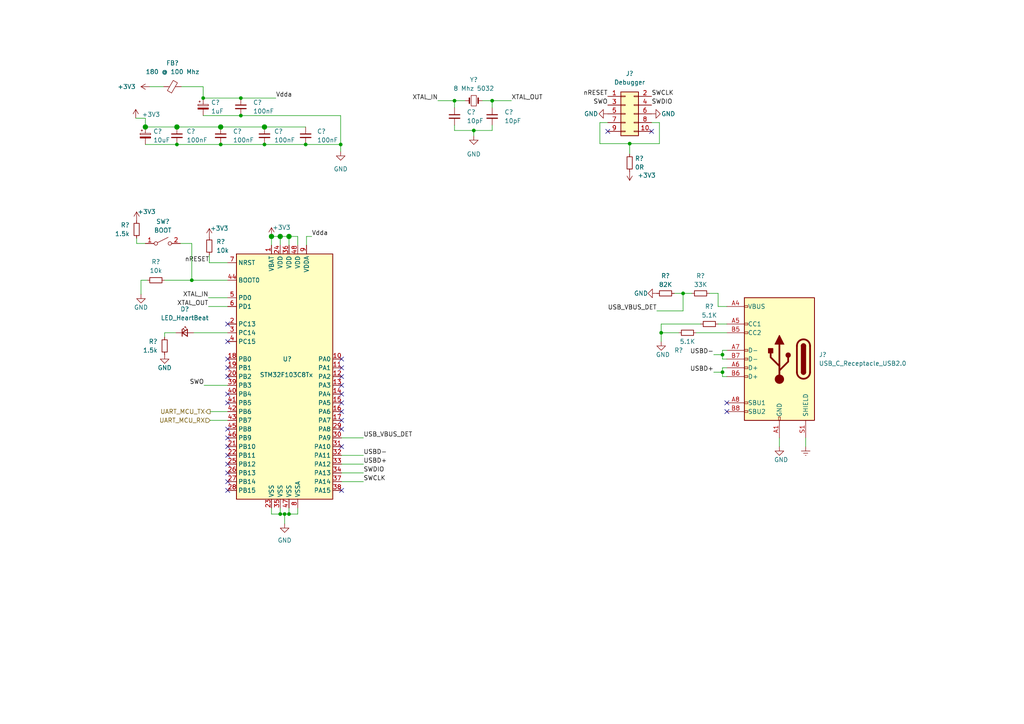
<source format=kicad_sch>
(kicad_sch (version 20211123) (generator eeschema)
  (paper "A4")
  (lib_symbols
    (symbol "Connector:USB_C_Receptacle_USB2.0" (pin_names (offset 1.016))
      (property "Reference" "J" (at -10.16 19.05 0))
      (property "Value" "USB_C_Receptacle_USB2.0" (at 19.05 19.05 0))
      (symbol "USB_C_Receptacle_USB2.0_0_0"
        (rectangle (start -0.254 -17.78) (end 0.254 -16.764))
        (rectangle (start 10.16 -14.986) (end 9.144 -15.494))
        (rectangle (start 10.16 -12.446) (end 9.144 -12.954))
        (rectangle (start 10.16 -4.826) (end 9.144 -5.334))
        (rectangle (start 10.16 -2.286) (end 9.144 -2.794))
        (rectangle (start 10.16 0.254) (end 9.144 -0.254))
        (rectangle (start 10.16 2.794) (end 9.144 2.286))
        (rectangle (start 10.16 7.874) (end 9.144 7.366))
        (rectangle (start 10.16 10.414) (end 9.144 9.906))
        (rectangle (start 10.16 15.494) (end 9.144 14.986))
      )
      (symbol "USB_C_Receptacle_USB2.0_0_1"
        (rectangle (start -10.16 17.78) (end 10.16 -17.78) (stroke (width 0.254)) (fill (type background)))
        (arc (start -8.89 -3.81) (mid -6.985 -5.715) (end -5.08 -3.81) (stroke (width 0.508)))
        (arc (start -7.62 -3.81) (mid -6.985 -4.445) (end -6.35 -3.81) (stroke (width 0.254)))
        (arc (start -7.62 -3.81) (mid -6.985 -4.445) (end -6.35 -3.81) (stroke (width 0.254)) (fill (type outline)))
        (rectangle (start -7.62 -3.81) (end -6.35 3.81) (stroke (width 0.254)) (fill (type outline)))
        (arc (start -6.35 3.81) (mid -6.985 4.445) (end -7.62 3.81) (stroke (width 0.254)))
        (arc (start -6.35 3.81) (mid -6.985 4.445) (end -7.62 3.81) (stroke (width 0.254)) (fill (type outline)))
        (arc (start -5.08 3.81) (mid -6.985 5.715) (end -8.89 3.81) (stroke (width 0.508)))
        (circle (center -2.54 1.143) (radius 0.635) (stroke (width 0.254)) (fill (type outline)))
        (circle (center 0 -5.842) (radius 1.27) (fill (type outline)))
        (polyline (pts (xy -8.89 -3.81) (xy -8.89 3.81)) (stroke (width 0.508)))
        (polyline (pts (xy -5.08 3.81) (xy -5.08 -3.81)) (stroke (width 0.508)))
        (polyline (pts (xy 0 -5.842) (xy 0 4.318)) (stroke (width 0.508)))
        (polyline (pts (xy 0 -3.302) (xy -2.54 -0.762) (xy -2.54 0.508)) (stroke (width 0.508)))
        (polyline (pts (xy 0 -2.032) (xy 2.54 0.508) (xy 2.54 1.778)) (stroke (width 0.508)))
        (polyline (pts (xy -1.27 4.318) (xy 0 6.858) (xy 1.27 4.318) (xy -1.27 4.318)) (stroke (width 0.254)) (fill (type outline)))
        (rectangle (start 1.905 1.778) (end 3.175 3.048) (stroke (width 0.254)) (fill (type outline)))
      )
      (symbol "USB_C_Receptacle_USB2.0_1_1"
        (pin passive line (at 0 -22.86 90) (length 5.08) (name "GND") (number "A1"))
        (pin passive line (at 0 -22.86 90) (length 5.08) hide (name "GND") (number "A12"))
        (pin passive line (at 15.24 15.24 180) (length 5.08) (name "VBUS") (number "A4"))
        (pin bidirectional line (at 15.24 10.16 180) (length 5.08) (name "CC1") (number "A5"))
        (pin bidirectional line (at 15.24 -2.54 180) (length 5.08) (name "D+") (number "A6"))
        (pin bidirectional line (at 15.24 2.54 180) (length 5.08) (name "D-") (number "A7"))
        (pin bidirectional line (at 15.24 -12.7 180) (length 5.08) (name "SBU1") (number "A8"))
        (pin passive line (at 15.24 15.24 180) (length 5.08) hide (name "VBUS") (number "A9"))
        (pin passive line (at 0 -22.86 90) (length 5.08) hide (name "GND") (number "B1"))
        (pin passive line (at 0 -22.86 90) (length 5.08) hide (name "GND") (number "B12"))
        (pin passive line (at 15.24 15.24 180) (length 5.08) hide (name "VBUS") (number "B4"))
        (pin bidirectional line (at 15.24 7.62 180) (length 5.08) (name "CC2") (number "B5"))
        (pin bidirectional line (at 15.24 -5.08 180) (length 5.08) (name "D+") (number "B6"))
        (pin bidirectional line (at 15.24 0 180) (length 5.08) (name "D-") (number "B7"))
        (pin bidirectional line (at 15.24 -15.24 180) (length 5.08) (name "SBU2") (number "B8"))
        (pin passive line (at 15.24 15.24 180) (length 5.08) hide (name "VBUS") (number "B9"))
        (pin passive line (at -7.62 -22.86 90) (length 5.08) (name "SHIELD") (number "S1"))
      )
    )
    (symbol "Connector_Generic:Conn_02x05_Odd_Even" (pin_names (offset 1.016) hide)
      (property "Reference" "J" (at 1.27 7.62 0))
      (property "Value" "Conn_02x05_Odd_Even" (at 1.27 -7.62 0))
      (symbol "Conn_02x05_Odd_Even_1_1"
        (rectangle (start -1.27 -4.953) (end 0 -5.207) (stroke (width 0.1524)))
        (rectangle (start -1.27 -2.413) (end 0 -2.667) (stroke (width 0.1524)))
        (rectangle (start -1.27 0.127) (end 0 -0.127) (stroke (width 0.1524)))
        (rectangle (start -1.27 2.667) (end 0 2.413) (stroke (width 0.1524)))
        (rectangle (start -1.27 5.207) (end 0 4.953) (stroke (width 0.1524)))
        (rectangle (start -1.27 6.35) (end 3.81 -6.35) (stroke (width 0.254)) (fill (type background)))
        (rectangle (start 3.81 -4.953) (end 2.54 -5.207) (stroke (width 0.1524)))
        (rectangle (start 3.81 -2.413) (end 2.54 -2.667) (stroke (width 0.1524)))
        (rectangle (start 3.81 0.127) (end 2.54 -0.127) (stroke (width 0.1524)))
        (rectangle (start 3.81 2.667) (end 2.54 2.413) (stroke (width 0.1524)))
        (rectangle (start 3.81 5.207) (end 2.54 4.953) (stroke (width 0.1524)))
        (pin passive line (at -5.08 5.08 0) (length 3.81) (name "Pin_1") (number "1"))
        (pin passive line (at 7.62 -5.08 180) (length 3.81) (name "Pin_10") (number "10"))
        (pin passive line (at 7.62 5.08 180) (length 3.81) (name "Pin_2") (number "2"))
        (pin passive line (at -5.08 2.54 0) (length 3.81) (name "Pin_3") (number "3"))
        (pin passive line (at 7.62 2.54 180) (length 3.81) (name "Pin_4") (number "4"))
        (pin passive line (at -5.08 0 0) (length 3.81) (name "Pin_5") (number "5"))
        (pin passive line (at 7.62 0 180) (length 3.81) (name "Pin_6") (number "6"))
        (pin passive line (at -5.08 -2.54 0) (length 3.81) (name "Pin_7") (number "7"))
        (pin passive line (at 7.62 -2.54 180) (length 3.81) (name "Pin_8") (number "8"))
        (pin passive line (at -5.08 -5.08 0) (length 3.81) (name "Pin_9") (number "9"))
      )
    )
    (symbol "Device:C_Polarized_Small" (pin_numbers hide) (pin_names (offset 0.254) hide)
      (property "Reference" "C" (at 0.254 1.778 0))
      (property "Value" "C_Polarized_Small" (at 0.254 -2.032 0))
      (symbol "C_Polarized_Small_0_1"
        (rectangle (start -1.524 -0.3048) (end 1.524 -0.6858) (fill (type outline)))
        (rectangle (start -1.524 0.6858) (end 1.524 0.3048))
        (polyline (pts (xy -1.27 1.524) (xy -0.762 1.524)))
        (polyline (pts (xy -1.016 1.27) (xy -1.016 1.778)))
      )
      (symbol "C_Polarized_Small_1_1"
        (pin passive line (at 0 2.54 270) (length 1.8542) (name "~") (number "1"))
        (pin passive line (at 0 -2.54 90) (length 1.8542) (name "~") (number "2"))
      )
    )
    (symbol "Device:C_Small" (pin_numbers hide) (pin_names (offset 0.254) hide)
      (property "Reference" "C" (at 0.254 1.778 0))
      (property "Value" "C_Small" (at 0.254 -2.032 0))
      (symbol "C_Small_0_1"
        (polyline (pts (xy -1.524 -0.508) (xy 1.524 -0.508)) (stroke (width 0.3302)))
        (polyline (pts (xy -1.524 0.508) (xy 1.524 0.508)) (stroke (width 0.3048)))
      )
      (symbol "C_Small_1_1"
        (pin passive line (at 0 2.54 270) (length 2.032) (name "~") (number "1"))
        (pin passive line (at 0 -2.54 90) (length 2.032) (name "~") (number "2"))
      )
    )
    (symbol "Device:Crystal_Small" (pin_numbers hide) (pin_names (offset 1.016) hide)
      (property "Reference" "Y" (at 0 2.54 0))
      (property "Value" "Crystal_Small" (at 0 -2.54 0))
      (symbol "Crystal_Small_0_1"
        (rectangle (start -0.762 -1.524) (end 0.762 1.524))
        (polyline (pts (xy -1.27 -0.762) (xy -1.27 0.762)) (stroke (width 0.381)))
        (polyline (pts (xy 1.27 -0.762) (xy 1.27 0.762)) (stroke (width 0.381)))
      )
      (symbol "Crystal_Small_1_1"
        (pin passive line (at -2.54 0 0) (length 1.27) (name "1") (number "1"))
        (pin passive line (at 2.54 0 180) (length 1.27) (name "2") (number "2"))
      )
    )
    (symbol "Device:FerriteBead_Small" (pin_numbers hide) (pin_names (offset 0))
      (property "Reference" "FB" (at 1.905 1.27 0))
      (property "Value" "FerriteBead_Small" (at 1.905 -1.27 0))
      (symbol "FerriteBead_Small_0_1"
        (polyline (pts (xy 0 -1.27) (xy 0 -0.7874)))
        (polyline (pts (xy 0 0.889) (xy 0 1.2954)))
        (polyline (pts (xy -1.8288 0.2794) (xy -1.1176 1.4986) (xy 1.8288 -0.2032) (xy 1.1176 -1.4224) (xy -1.8288 0.2794)))
      )
      (symbol "FerriteBead_Small_1_1"
        (pin passive line (at 0 2.54 270) (length 1.27) (name "~") (number "1"))
        (pin passive line (at 0 -2.54 90) (length 1.27) (name "~") (number "2"))
      )
    )
    (symbol "Device:LED_Small" (pin_numbers hide) (pin_names (offset 0.254) hide)
      (property "Reference" "D" (at -1.27 3.175 0))
      (property "Value" "LED_Small" (at -4.445 -2.54 0))
      (symbol "LED_Small_0_1"
        (polyline (pts (xy -0.762 -1.016) (xy -0.762 1.016)) (stroke (width 0.254)))
        (polyline (pts (xy 1.016 0) (xy -0.762 0)))
        (polyline (pts (xy 0.762 -1.016) (xy -0.762 0) (xy 0.762 1.016) (xy 0.762 -1.016)) (stroke (width 0.254)))
        (polyline (pts (xy 0 0.762) (xy -0.508 1.27) (xy -0.254 1.27) (xy -0.508 1.27) (xy -0.508 1.016)))
        (polyline (pts (xy 0.508 1.27) (xy 0 1.778) (xy 0.254 1.778) (xy 0 1.778) (xy 0 1.524)))
      )
      (symbol "LED_Small_1_1"
        (pin passive line (at -2.54 0 0) (length 1.778) (name "K") (number "1"))
        (pin passive line (at 2.54 0 180) (length 1.778) (name "A") (number "2"))
      )
    )
    (symbol "Device:R_Small" (pin_numbers hide) (pin_names (offset 0.254) hide)
      (property "Reference" "R" (at 0.762 0.508 0))
      (property "Value" "R_Small" (at 0.762 -1.016 0))
      (symbol "R_Small_0_1"
        (rectangle (start -0.762 1.778) (end 0.762 -1.778) (stroke (width 0.2032)))
      )
      (symbol "R_Small_1_1"
        (pin passive line (at 0 2.54 270) (length 0.762) (name "~") (number "1"))
        (pin passive line (at 0 -2.54 90) (length 0.762) (name "~") (number "2"))
      )
    )
    (symbol "MCU_ST_STM32F1:STM32F103C8Tx"
      (property "Reference" "U" (at -15.24 36.83 0))
      (property "Value" "STM32F103C8Tx" (at 7.62 36.83 0))
      (symbol "STM32F103C8Tx_0_1"
        (rectangle (start -15.24 -35.56) (end 12.7 35.56) (stroke (width 0.254)) (fill (type background)))
      )
      (symbol "STM32F103C8Tx_1_1"
        (pin power_in line (at -5.08 38.1 270) (length 2.54) (name "VBAT") (number "1"))
        (pin bidirectional line (at 15.24 5.08 180) (length 2.54) (name "PA0") (number "10"))
        (pin bidirectional line (at 15.24 2.54 180) (length 2.54) (name "PA1") (number "11"))
        (pin bidirectional line (at 15.24 0 180) (length 2.54) (name "PA2") (number "12"))
        (pin bidirectional line (at 15.24 -2.54 180) (length 2.54) (name "PA3") (number "13"))
        (pin bidirectional line (at 15.24 -5.08 180) (length 2.54) (name "PA4") (number "14"))
        (pin bidirectional line (at 15.24 -7.62 180) (length 2.54) (name "PA5") (number "15"))
        (pin bidirectional line (at 15.24 -10.16 180) (length 2.54) (name "PA6") (number "16"))
        (pin bidirectional line (at 15.24 -12.7 180) (length 2.54) (name "PA7") (number "17"))
        (pin bidirectional line (at -17.78 5.08 0) (length 2.54) (name "PB0") (number "18"))
        (pin bidirectional line (at -17.78 2.54 0) (length 2.54) (name "PB1") (number "19"))
        (pin bidirectional line (at -17.78 15.24 0) (length 2.54) (name "PC13") (number "2"))
        (pin bidirectional line (at -17.78 0 0) (length 2.54) (name "PB2") (number "20"))
        (pin bidirectional line (at -17.78 -20.32 0) (length 2.54) (name "PB10") (number "21"))
        (pin bidirectional line (at -17.78 -22.86 0) (length 2.54) (name "PB11") (number "22"))
        (pin power_in line (at -5.08 -38.1 90) (length 2.54) (name "VSS") (number "23"))
        (pin power_in line (at -2.54 38.1 270) (length 2.54) (name "VDD") (number "24"))
        (pin bidirectional line (at -17.78 -25.4 0) (length 2.54) (name "PB12") (number "25"))
        (pin bidirectional line (at -17.78 -27.94 0) (length 2.54) (name "PB13") (number "26"))
        (pin bidirectional line (at -17.78 -30.48 0) (length 2.54) (name "PB14") (number "27"))
        (pin bidirectional line (at -17.78 -33.02 0) (length 2.54) (name "PB15") (number "28"))
        (pin bidirectional line (at 15.24 -15.24 180) (length 2.54) (name "PA8") (number "29"))
        (pin bidirectional line (at -17.78 12.7 0) (length 2.54) (name "PC14") (number "3"))
        (pin bidirectional line (at 15.24 -17.78 180) (length 2.54) (name "PA9") (number "30"))
        (pin bidirectional line (at 15.24 -20.32 180) (length 2.54) (name "PA10") (number "31"))
        (pin bidirectional line (at 15.24 -22.86 180) (length 2.54) (name "PA11") (number "32"))
        (pin bidirectional line (at 15.24 -25.4 180) (length 2.54) (name "PA12") (number "33"))
        (pin bidirectional line (at 15.24 -27.94 180) (length 2.54) (name "PA13") (number "34"))
        (pin power_in line (at -2.54 -38.1 90) (length 2.54) (name "VSS") (number "35"))
        (pin power_in line (at 0 38.1 270) (length 2.54) (name "VDD") (number "36"))
        (pin bidirectional line (at 15.24 -30.48 180) (length 2.54) (name "PA14") (number "37"))
        (pin bidirectional line (at 15.24 -33.02 180) (length 2.54) (name "PA15") (number "38"))
        (pin bidirectional line (at -17.78 -2.54 0) (length 2.54) (name "PB3") (number "39"))
        (pin bidirectional line (at -17.78 10.16 0) (length 2.54) (name "PC15") (number "4"))
        (pin bidirectional line (at -17.78 -5.08 0) (length 2.54) (name "PB4") (number "40"))
        (pin bidirectional line (at -17.78 -7.62 0) (length 2.54) (name "PB5") (number "41"))
        (pin bidirectional line (at -17.78 -10.16 0) (length 2.54) (name "PB6") (number "42"))
        (pin bidirectional line (at -17.78 -12.7 0) (length 2.54) (name "PB7") (number "43"))
        (pin input line (at -17.78 27.94 0) (length 2.54) (name "BOOT0") (number "44"))
        (pin bidirectional line (at -17.78 -15.24 0) (length 2.54) (name "PB8") (number "45"))
        (pin bidirectional line (at -17.78 -17.78 0) (length 2.54) (name "PB9") (number "46"))
        (pin power_in line (at 0 -38.1 90) (length 2.54) (name "VSS") (number "47"))
        (pin power_in line (at 2.54 38.1 270) (length 2.54) (name "VDD") (number "48"))
        (pin input line (at -17.78 22.86 0) (length 2.54) (name "PD0") (number "5"))
        (pin input line (at -17.78 20.32 0) (length 2.54) (name "PD1") (number "6"))
        (pin input line (at -17.78 33.02 0) (length 2.54) (name "NRST") (number "7"))
        (pin power_in line (at 2.54 -38.1 90) (length 2.54) (name "VSSA") (number "8"))
        (pin power_in line (at 5.08 38.1 270) (length 2.54) (name "VDDA") (number "9"))
      )
    )
    (symbol "Switch:SW_SPST" (pin_names (offset 0) hide)
      (property "Reference" "SW" (at 0 3.175 0))
      (property "Value" "SW_SPST" (at 0 -2.54 0))
      (symbol "SW_SPST_0_0"
        (circle (center -2.032 0) (radius 0.508))
        (polyline (pts (xy -1.524 0.254) (xy 1.524 1.778)))
        (circle (center 2.032 0) (radius 0.508))
      )
      (symbol "SW_SPST_1_1"
        (pin passive line (at -5.08 0 0) (length 2.54) (name "A") (number "1"))
        (pin passive line (at 5.08 0 180) (length 2.54) (name "B") (number "2"))
      )
    )
    (symbol "power:+3.3V" (power) (pin_names (offset 0))
      (property "Value" "+3.3V" (at 0 3.556 0))
      (symbol "+3.3V_0_1"
        (polyline (pts (xy -0.762 1.27) (xy 0 2.54)))
        (polyline (pts (xy 0 0) (xy 0 2.54)))
        (polyline (pts (xy 0 2.54) (xy 0.762 1.27)))
      )
      (symbol "+3.3V_1_1"
        (pin power_in line (at 0 0 90) (length 0) hide (name "+3V3") (number "1"))
      )
    )
    (symbol "power:Earth" (power) (pin_names (offset 0))
      (symbol "Earth_0_1"
        (polyline (pts (xy -0.635 -1.905) (xy 0.635 -1.905)))
        (polyline (pts (xy -0.127 -2.54) (xy 0.127 -2.54)))
        (polyline (pts (xy 0 -1.27) (xy 0 0)))
        (polyline (pts (xy 1.27 -1.27) (xy -1.27 -1.27)))
      )
      (symbol "Earth_1_1"
        (pin power_in line (at 0 0 270) (length 0) hide (name "Earth") (number "1"))
      )
    )
    (symbol "power:GND" (power) (pin_names (offset 0))
      (property "Value" "GND" (at 0 -3.81 0))
      (symbol "GND_0_1"
        (polyline (pts (xy 0 0) (xy 0 -1.27) (xy 1.27 -1.27) (xy 0 -2.54) (xy -1.27 -1.27) (xy 0 -1.27)))
      )
      (symbol "GND_1_1"
        (pin power_in line (at 0 0 270) (length 0) hide (name "GND") (number "1"))
      )
    )
  )
  (junction (at 58.928 28.448) (diameter 0.9144))
  (junction (at 137.414 37.846) (diameter 0.9144))
  (junction (at 209.55 102.87))
  (junction (at 209.55 107.95))
  (junction (at 182.626 41.656) (diameter 0.9144))
  (junction (at 51.308 41.91) (diameter 0.9144))
  (junction (at 76.708 36.83) (diameter 1.36))
  (junction (at 69.85 33.528) (diameter 0.9144))
  (junction (at 142.748 29.21) (diameter 0.9144))
  (junction (at 131.826 29.21) (diameter 0.9144))
  (junction (at 98.806 41.91) (diameter 0.9144))
  (junction (at 42.164 36.83) (diameter 1.36))
  (junction (at 78.74 68.58) (diameter 1.36))
  (junction (at 51.308 36.83) (diameter 1.36))
  (junction (at 64.008 36.83) (diameter 1.36))
  (junction (at 81.28 149.098) (diameter 0.9144))
  (junction (at 191.77 96.52))
  (junction (at 198.12 85.09))
  (junction (at 76.708 41.91) (diameter 0.9144))
  (junction (at 64.008 41.91) (diameter 0.9144))
  (junction (at 83.82 68.58) (diameter 1.36))
  (junction (at 81.28 68.58) (diameter 1.36))
  (junction (at 69.85 28.448) (diameter 0.9144))
  (junction (at 55.626 81.28) (diameter 0.9144))
  (junction (at 88.646 41.91) (diameter 0.9144))
  (junction (at 82.55 149.098) (diameter 0.9144))
  (junction (at 83.82 149.098) (diameter 0.9144))
  (no_connect (at 99.06 142.24))
  (no_connect (at 66.04 109.22))
  (no_connect (at 176.276 38.1))
  (no_connect (at 66.04 127))
  (no_connect (at 99.06 124.46))
  (no_connect (at 66.04 116.84))
  (no_connect (at 66.04 124.46))
  (no_connect (at 66.04 99.06))
  (no_connect (at 66.04 93.98))
  (no_connect (at 66.04 134.62))
  (no_connect (at 99.06 121.92))
  (no_connect (at 99.06 119.38))
  (no_connect (at 66.04 114.3))
  (no_connect (at 99.06 116.84))
  (no_connect (at 99.06 109.22))
  (no_connect (at 99.06 111.76))
  (no_connect (at 99.06 114.3))
  (no_connect (at 66.04 137.16))
  (no_connect (at 66.04 139.7))
  (no_connect (at 66.04 142.24))
  (no_connect (at 66.04 129.54))
  (no_connect (at 66.04 132.08))
  (no_connect (at 99.06 106.68))
  (no_connect (at 99.06 129.54))
  (no_connect (at 99.06 104.14))
  (no_connect (at 210.82 116.84))
  (no_connect (at 210.82 119.38))
  (no_connect (at 188.976 38.1))
  (no_connect (at 66.04 104.14))
  (no_connect (at 66.04 106.68))
  (wire (pts (xy 83.82 68.58) (xy 86.36 68.58)))
  (wire (pts (xy 78.74 71.12) (xy 78.74 68.58)))
  (wire (pts (xy 81.28 68.58) (xy 83.82 68.58)))
  (wire (pts (xy 137.414 37.846) (xy 131.826 37.846)))
  (wire (pts (xy 66.04 111.76) (xy 59.182 111.76)))
  (wire (pts (xy 99.06 139.7) (xy 105.41 139.7)))
  (wire (pts (xy 40.894 81.28) (xy 40.894 85.344)))
  (wire (pts (xy 205.74 85.09) (xy 208.28 85.09)))
  (wire (pts (xy 60.706 76.2) (xy 60.706 73.914)))
  (wire (pts (xy 88.646 41.91) (xy 76.708 41.91)))
  (wire (pts (xy 42.164 36.83) (xy 51.308 36.83)))
  (wire (pts (xy 131.826 37.846) (xy 131.826 36.322)))
  (wire (pts (xy 195.58 85.09) (xy 198.12 85.09)))
  (wire (pts (xy 198.12 85.09) (xy 198.12 90.17)))
  (wire (pts (xy 208.28 85.09) (xy 208.28 88.9)))
  (wire (pts (xy 69.85 28.448) (xy 80.01 28.448)))
  (wire (pts (xy 208.28 93.98) (xy 210.82 93.98)))
  (wire (pts (xy 66.04 76.2) (xy 60.706 76.2)))
  (wire (pts (xy 226.06 127) (xy 226.06 129.54)))
  (wire (pts (xy 142.748 29.21) (xy 142.748 31.242)))
  (wire (pts (xy 191.262 35.56) (xy 188.976 35.56)))
  (wire (pts (xy 56.134 96.52) (xy 66.04 96.52)))
  (wire (pts (xy 51.308 41.91) (xy 42.164 41.91)))
  (wire (pts (xy 78.74 147.32) (xy 78.74 149.098)))
  (wire (pts (xy 98.806 41.91) (xy 88.646 41.91)))
  (wire (pts (xy 207.01 107.95) (xy 209.55 107.95)))
  (wire (pts (xy 58.928 25.146) (xy 52.578 25.146)))
  (wire (pts (xy 66.04 119.38) (xy 60.96 119.38)))
  (wire (pts (xy 131.826 29.21) (xy 131.826 31.242)))
  (wire (pts (xy 47.752 96.52) (xy 51.054 96.52)))
  (wire (pts (xy 191.262 41.656) (xy 191.262 35.56)))
  (wire (pts (xy 81.28 71.12) (xy 81.28 68.58)))
  (wire (pts (xy 39.624 69.088) (xy 39.624 70.612)))
  (wire (pts (xy 210.82 106.68) (xy 209.55 106.68)))
  (wire (pts (xy 99.06 134.62) (xy 105.41 134.62)))
  (wire (pts (xy 82.55 149.098) (xy 83.82 149.098)))
  (wire (pts (xy 99.06 132.08) (xy 105.41 132.08)))
  (wire (pts (xy 191.77 93.98) (xy 191.77 96.52)))
  (wire (pts (xy 42.164 34.29) (xy 42.164 36.83)))
  (wire (pts (xy 39.37 34.29) (xy 42.164 34.29)))
  (wire (pts (xy 69.85 33.528) (xy 98.806 33.528)))
  (wire (pts (xy 182.626 41.656) (xy 191.262 41.656)))
  (wire (pts (xy 182.626 41.656) (xy 182.626 44.704)))
  (wire (pts (xy 83.82 147.32) (xy 83.82 149.098)))
  (wire (pts (xy 58.928 28.448) (xy 58.928 25.146)))
  (wire (pts (xy 86.36 149.098) (xy 86.36 147.32)))
  (wire (pts (xy 137.414 39.37) (xy 137.414 37.846)))
  (wire (pts (xy 81.28 147.32) (xy 81.28 149.098)))
  (wire (pts (xy 191.77 96.52) (xy 196.85 96.52)))
  (wire (pts (xy 55.626 70.612) (xy 55.626 81.28)))
  (wire (pts (xy 82.55 149.098) (xy 82.55 151.892)))
  (wire (pts (xy 173.99 35.56) (xy 173.99 41.656)))
  (wire (pts (xy 139.954 29.21) (xy 142.748 29.21)))
  (wire (pts (xy 47.752 81.28) (xy 55.626 81.28)))
  (wire (pts (xy 40.894 81.28) (xy 42.672 81.28)))
  (wire (pts (xy 98.806 33.528) (xy 98.806 41.91)))
  (wire (pts (xy 209.55 109.22) (xy 210.82 109.22)))
  (wire (pts (xy 134.874 29.21) (xy 131.826 29.21)))
  (wire (pts (xy 51.308 36.83) (xy 64.008 36.83)))
  (wire (pts (xy 209.55 106.68) (xy 209.55 107.95)))
  (wire (pts (xy 142.748 29.21) (xy 148.336 29.21)))
  (wire (pts (xy 64.008 41.91) (xy 51.308 41.91)))
  (wire (pts (xy 64.008 36.83) (xy 76.708 36.83)))
  (wire (pts (xy 76.708 36.83) (xy 88.646 36.83)))
  (wire (pts (xy 173.99 41.656) (xy 182.626 41.656)))
  (wire (pts (xy 83.82 149.098) (xy 86.36 149.098)))
  (wire (pts (xy 86.36 68.58) (xy 86.36 71.12)))
  (wire (pts (xy 208.28 88.9) (xy 210.82 88.9)))
  (wire (pts (xy 88.9 68.58) (xy 88.9 71.12)))
  (wire (pts (xy 210.82 101.6) (xy 209.55 101.6)))
  (wire (pts (xy 176.276 35.56) (xy 173.99 35.56)))
  (wire (pts (xy 58.928 33.528) (xy 69.85 33.528)))
  (wire (pts (xy 83.82 68.58) (xy 83.82 71.12)))
  (wire (pts (xy 99.06 127) (xy 105.41 127)))
  (wire (pts (xy 43.434 25.146) (xy 47.498 25.146)))
  (wire (pts (xy 191.77 93.98) (xy 203.2 93.98)))
  (wire (pts (xy 201.93 96.52) (xy 210.82 96.52)))
  (wire (pts (xy 90.424 68.58) (xy 88.9 68.58)))
  (wire (pts (xy 209.55 101.6) (xy 209.55 102.87)))
  (wire (pts (xy 60.452 88.9) (xy 66.04 88.9)))
  (wire (pts (xy 78.74 68.58) (xy 81.28 68.58)))
  (wire (pts (xy 52.324 70.612) (xy 55.626 70.612)))
  (wire (pts (xy 233.68 127) (xy 233.68 129.54)))
  (wire (pts (xy 47.752 97.79) (xy 47.752 96.52)))
  (wire (pts (xy 209.55 104.14) (xy 210.82 104.14)))
  (wire (pts (xy 66.04 121.92) (xy 60.96 121.92)))
  (wire (pts (xy 127 29.21) (xy 131.826 29.21)))
  (wire (pts (xy 98.806 41.91) (xy 98.806 43.942)))
  (wire (pts (xy 39.624 70.612) (xy 42.164 70.612)))
  (wire (pts (xy 142.748 37.846) (xy 142.748 36.322)))
  (wire (pts (xy 60.452 86.36) (xy 66.04 86.36)))
  (wire (pts (xy 207.01 102.87) (xy 209.55 102.87)))
  (wire (pts (xy 55.626 81.28) (xy 66.04 81.28)))
  (wire (pts (xy 81.28 149.098) (xy 82.55 149.098)))
  (wire (pts (xy 191.77 96.52) (xy 191.77 99.06)))
  (wire (pts (xy 78.74 149.098) (xy 81.28 149.098)))
  (wire (pts (xy 58.928 28.448) (xy 69.85 28.448)))
  (wire (pts (xy 99.06 137.16) (xy 105.41 137.16)))
  (wire (pts (xy 198.12 85.09) (xy 200.66 85.09)))
  (wire (pts (xy 190.5 90.17) (xy 198.12 90.17)))
  (wire (pts (xy 76.708 41.91) (xy 64.008 41.91)))
  (wire (pts (xy 137.414 37.846) (xy 142.748 37.846)))
  (wire (pts (xy 209.55 107.95) (xy 209.55 109.22)))
  (wire (pts (xy 209.55 102.87) (xy 209.55 104.14)))
  (label "Vdda" (at 80.01 28.448 0))
  (label "XTAL_OUT" (at 148.336 29.21 0))
  (label "SWCLK" (at 188.976 27.94 0))
  (label "SWDIO" (at 188.976 30.48 0))
  (label "USBD+" (at 105.41 134.62 0))
  (label "XTAL_IN" (at 60.452 86.36 180))
  (label "USBD-" (at 105.41 132.08 0))
  (label "USBD+" (at 207.01 107.95 180))
  (label "SWCLK" (at 105.41 139.7 0))
  (label "SWO" (at 176.276 30.48 180))
  (label "XTAL_IN" (at 127 29.21 180))
  (label "XTAL_OUT" (at 60.452 88.9 180))
  (label "USB_VBUS_DET" (at 190.5 90.17 180))
  (label "nRESET" (at 176.276 27.94 180))
  (label "USBD-" (at 207.01 102.87 180))
  (label "nRESET" (at 60.706 76.2 180))
  (label "SWDIO" (at 105.41 137.16 0))
  (label "Vdda" (at 90.424 68.58 0))
  (label "USB_VBUS_DET" (at 105.41 127 0))
  (label "SWO" (at 59.182 111.76 180))
  (hierarchical_label "UART_MCU_TX" (shape output) (at 60.96 119.38 180))
  (hierarchical_label "UART_MCU_RX" (shape input) (at 60.96 121.92 180))
  (symbol (lib_id "Device:Crystal_Small") (at 137.414 29.21 0) (unit 1)
    (property "Reference" "Y?" (at 137.414 23.114 0))
    (property "Value" "8 Mhz 5032" (at 137.414 25.654 0))
    (property "Footprint" "Crystal:Crystal_SMD_5032-2Pin_5.0x3.2mm" (effects hide))
  )
  (symbol (lib_id "Device:C_Small") (at 51.308 39.37 0) (unit 1)
    (property "Reference" "C?" (at 54.102 38.1 0) (effects (justify left)))
    (property "Value" "100nF" (at 54.102 40.64 0) (effects (justify left)))
    (property "Footprint" "Capacitor_SMD:C_0402_1005Metric" (effects hide))
  )
  (symbol (lib_id "power:GND") (at 47.752 102.87 0) (unit 1)
    (property "Reference" "#PWR?" (effects hide))
    (property "Value" "GND" (at 47.752 106.68 0))
  )
  (symbol (lib_id "power:+3.3V") (at 39.37 34.29 0) (unit 1)
    (property "Reference" "#PWR?" (effects hide))
    (property "Value" "+3.3V" (at 41.148 33.2104 0) (effects (justify left)))
  )
  (symbol (lib_id "Device:C_Small") (at 142.748 33.782 0) (unit 1)
    (property "Reference" "C?" (at 146.304 32.5119 0) (effects (justify left)))
    (property "Value" "10pF" (at 146.304 35.0519 0) (effects (justify left)))
    (property "Footprint" "Capacitor_SMD:C_0402_1005Metric" (effects hide))
  )
  (symbol (lib_id "Device:R_Small") (at 39.624 66.548 0) (mirror x) (unit 1)
    (property "Reference" "R?" (at 37.592 65.2779 0) (effects (justify right)))
    (property "Value" "1.5k" (at 37.592 67.8179 0) (effects (justify right)))
    (property "Footprint" "Resistor_SMD:R_0402_1005Metric" (effects hide))
  )
  (symbol (lib_id "power:GND") (at 191.77 99.06 0) (unit 1)
    (property "Reference" "#PWR?" (effects hide))
    (property "Value" "GND" (at 194.31 102.87 0) (effects (justify right)))
  )
  (symbol (lib_id "Device:C_Polarized_Small") (at 42.164 39.37 0) (unit 1)
    (property "Reference" "C?" (at 44.45 38.1 0) (effects (justify left)))
    (property "Value" "10uF" (at 44.45 40.64 0) (effects (justify left)))
    (property "Footprint" "Capacitor_Tantalum_SMD:CP_EIA-3216-18_Kemet-A" (effects hide))
  )
  (symbol (lib_id "power:+3.3V") (at 78.74 68.58 0) (unit 1)
    (property "Reference" "#PWR?" (effects hide))
    (property "Value" "+3.3V" (at 78.994 65.9764 0) (effects (justify left)))
  )
  (symbol (lib_id "Connector_Generic:Conn_02x05_Odd_Even") (at 181.356 33.02 0) (unit 1)
    (property "Reference" "J?" (at 182.626 21.336 0))
    (property "Value" "Debugger" (at 182.626 23.876 0))
    (property "Footprint" "Connector_PinHeader_2.54mm:PinHeader_2x05_P2.54mm_Vertical_SMD" (effects hide))
  )
  (symbol (lib_id "Device:R_Small") (at 45.212 81.28 90) (unit 1)
    (property "Reference" "R?" (at 45.212 75.946 90))
    (property "Value" "10k" (at 45.212 78.486 90))
    (property "Footprint" "Resistor_SMD:R_0402_1005Metric" (effects hide))
  )
  (symbol (lib_id "power:GND") (at 137.414 39.37 0) (unit 1)
    (property "Reference" "#PWR?" (effects hide))
    (property "Value" "GND" (at 137.414 44.704 0))
  )
  (symbol (lib_id "power:GND") (at 176.276 33.02 270) (unit 1)
    (property "Reference" "#PWR?" (effects hide))
    (property "Value" "GND" (at 173.482 33.0201 90) (effects (justify right)))
  )
  (symbol (lib_id "power:GND") (at 226.06 129.54 0) (unit 1)
    (property "Reference" "#PWR?" (effects hide))
    (property "Value" "GND" (at 228.6 133.35 0) (effects (justify right)))
  )
  (symbol (lib_id "Device:R_Small") (at 47.752 100.33 0) (mirror x) (unit 1)
    (property "Reference" "R?" (at 45.72 99.0599 0) (effects (justify right)))
    (property "Value" "1.5k" (at 45.72 101.5999 0) (effects (justify right)))
    (property "Footprint" "Resistor_SMD:R_0402_1005Metric" (effects hide))
  )
  (symbol (lib_id "power:GND") (at 188.976 33.02 90) (unit 1)
    (property "Reference" "#PWR?" (effects hide))
    (property "Value" "GND" (at 191.77 33.0199 90) (effects (justify right)))
  )
  (symbol (lib_id "Device:R_Small") (at 199.39 96.52 270) (unit 1)
    (property "Reference" "R?" (at 196.85 101.6 90))
    (property "Value" "5.1K" (at 199.39 99.06 90))
  )
  (symbol (lib_id "Device:R_Small") (at 182.626 47.244 0) (unit 1)
    (property "Reference" "R?" (at 184.15 45.9739 0) (effects (justify left)))
    (property "Value" "0R" (at 184.15 48.5139 0) (effects (justify left)))
    (property "Footprint" "Resistor_SMD:R_0402_1005Metric" (effects hide))
  )
  (symbol (lib_id "power:GND") (at 82.55 151.892 0) (unit 1)
    (property "Reference" "#PWR?" (effects hide))
    (property "Value" "GND" (at 82.55 156.718 0))
  )
  (symbol (lib_id "power:GND") (at 40.894 85.344 0) (unit 1)
    (property "Reference" "#PWR?" (effects hide))
    (property "Value" "GND" (at 40.894 89.154 0))
  )
  (symbol (lib_id "Device:C_Small") (at 69.85 30.988 0) (unit 1)
    (property "Reference" "C?" (at 73.406 29.718 0) (effects (justify left)))
    (property "Value" "100nF" (at 73.406 32.258 0) (effects (justify left)))
    (property "Footprint" "Capacitor_SMD:C_0402_1005Metric" (effects hide))
  )
  (symbol (lib_id "Device:C_Polarized_Small") (at 58.928 30.988 0) (unit 1)
    (property "Reference" "C?" (at 61.214 29.7179 0) (effects (justify left)))
    (property "Value" "1uF" (at 61.214 32.258 0) (effects (justify left)))
    (property "Footprint" "Capacitor_Tantalum_SMD:CP_EIA-3216-18_Kemet-A" (effects hide))
  )
  (symbol (lib_id "power:Earth") (at 233.68 129.54 0) (unit 1)
    (property "Reference" "#PWR?" (effects hide))
    (property "Value" "Earth" (effects hide))
  )
  (symbol (lib_id "power:+3.3V") (at 60.706 68.834 0) (unit 1)
    (property "Reference" "#PWR?" (effects hide))
    (property "Value" "+3.3V" (at 60.96 66.2304 0) (effects (justify left)))
  )
  (symbol (lib_id "Connector:USB_C_Receptacle_USB2.0") (at 226.06 104.14 0) (mirror y) (unit 1)
    (property "Reference" "J?" (at 237.49 102.8699 0) (effects (justify right)))
    (property "Value" "USB_C_Receptacle_USB2.0" (at 237.49 105.4099 0) (effects (justify right)))
    (property "Datasheet" "https://www.usb.org/sites/default/files/documents/usb_type-c.zip" (effects hide))
  )
  (symbol (lib_id "power:+3.3V") (at 182.626 49.784 180) (unit 1)
    (property "Reference" "#PWR?" (effects hide))
    (property "Value" "+3.3V" (at 184.912 50.8634 0) (effects (justify right)))
  )
  (symbol (lib_id "power:GND") (at 190.5 85.09 270) (unit 1)
    (property "Reference" "#PWR?" (effects hide))
    (property "Value" "GND" (at 187.96 85.09 90) (effects (justify right)))
  )
  (symbol (lib_id "Device:C_Small") (at 64.008 39.37 0) (unit 1)
    (property "Reference" "C?" (at 67.564 38.1 0) (effects (justify left)))
    (property "Value" "100nF" (at 67.564 40.64 0) (effects (justify left)))
    (property "Footprint" "Capacitor_SMD:C_0402_1005Metric" (effects hide))
  )
  (symbol (lib_id "Device:R_Small") (at 60.706 71.374 0) (unit 1)
    (property "Reference" "R?" (at 62.738 70.1039 0) (effects (justify left)))
    (property "Value" "10k" (at 62.738 72.6439 0) (effects (justify left)))
    (property "Footprint" "Resistor_SMD:R_0402_1005Metric" (effects hide))
  )
  (symbol (lib_id "Device:R_Small") (at 193.04 85.09 90) (unit 1)
    (property "Reference" "R?" (at 193.04 80.01 90))
    (property "Value" "82K" (at 193.04 82.55 90))
  )
  (symbol (lib_id "Device:C_Small") (at 88.646 39.37 0) (unit 1)
    (property "Reference" "C?" (at 91.948 38.1 0) (effects (justify left)))
    (property "Value" "100nF" (at 91.948 40.64 0) (effects (justify left)))
    (property "Footprint" "Capacitor_SMD:C_0402_1005Metric" (effects hide))
  )
  (symbol (lib_id "Device:C_Small") (at 76.708 39.37 0) (unit 1)
    (property "Reference" "C?" (at 79.502 38.1 0) (effects (justify left)))
    (property "Value" "100nF" (at 79.502 40.64 0) (effects (justify left)))
    (property "Footprint" "Capacitor_SMD:C_0402_1005Metric" (effects hide))
  )
  (symbol (lib_id "MCU_ST_STM32F1:STM32F103C8Tx") (at 83.82 109.22 0) (unit 1)
    (property "Reference" "U?" (at 83.312 104.14 0))
    (property "Value" "STM32F103C8Tx" (at 83.058 108.712 0))
    (property "Footprint" "Package_QFP:LQFP-48_7x7mm_P0.5mm" (effects hide))
    (property "Datasheet" "http://www.st.com/st-web-ui/static/active/en/resource/technical/document/datasheet/CD00161566.pdf" (effects hide))
  )
  (symbol (lib_id "Device:LED_Small") (at 53.594 96.52 0) (unit 1)
    (property "Reference" "D?" (at 53.594 89.662 0))
    (property "Value" "LED_HeartBeat" (at 53.594 92.202 0))
    (property "Footprint" "LED_SMD:LED_0603_1608Metric" (effects hide))
  )
  (symbol (lib_id "power:GND") (at 98.806 43.942 0) (unit 1)
    (property "Reference" "#PWR?" (effects hide))
    (property "Value" "GND" (at 98.806 49.022 0))
  )
  (symbol (lib_id "Device:C_Small") (at 131.826 33.782 0) (unit 1)
    (property "Reference" "C?" (at 135.382 32.5119 0) (effects (justify left)))
    (property "Value" "10pF" (at 135.382 35.0519 0) (effects (justify left)))
    (property "Footprint" "Capacitor_SMD:C_0402_1005Metric" (effects hide))
  )
  (symbol (lib_id "Device:FerriteBead_Small") (at 50.038 25.146 90) (unit 1)
    (property "Reference" "FB?" (at 50.038 18.288 90))
    (property "Value" "180 @ 100 Mhz" (at 50.038 20.828 90))
    (property "Footprint" "Inductor_SMD:L_0603_1608Metric_Pad1.05x0.95mm_HandSolder" (effects hide))
  )
  (symbol (lib_id "Device:R_Small") (at 205.74 93.98 90) (unit 1)
    (property "Reference" "R?" (at 205.74 88.9 90))
    (property "Value" "5.1K" (at 205.74 91.44 90))
  )
  (symbol (lib_id "Device:R_Small") (at 203.2 85.09 90) (unit 1)
    (property "Reference" "R?" (at 203.2 80.01 90))
    (property "Value" "33K" (at 203.2 82.55 90))
  )
  (symbol (lib_id "power:+3.3V") (at 39.624 64.008 0) (unit 1)
    (property "Reference" "#PWR?" (effects hide))
    (property "Value" "+3.3V" (at 39.878 61.4044 0) (effects (justify left)))
  )
  (symbol (lib_id "Switch:SW_SPST") (at 47.244 70.612 0) (unit 1)
    (property "Reference" "SW?" (at 47.244 64.262 0))
    (property "Value" "BOOT" (at 47.244 66.802 0))
    (property "Footprint" "Button_Switch_SMD:SW_DIP_SPSTx01_Slide_6.7x4.1mm_W6.73mm_P2.54mm_LowProfile_JPin" (effects hide))
  )
  (symbol (lib_id "power:+3.3V") (at 43.434 25.146 90) (unit 1)
    (property "Reference" "#PWR?" (effects hide))
    (property "Value" "+3.3V" (at 39.37 25.1459 90) (effects (justify left)))
  )
)
</source>
